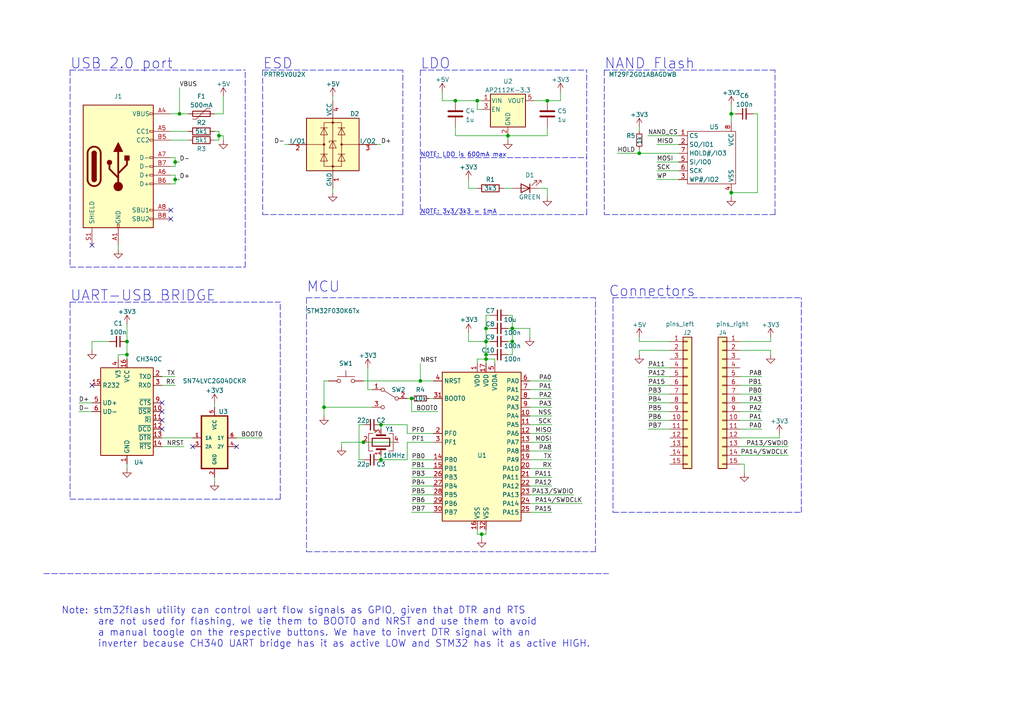
<source format=kicad_sch>
(kicad_sch (version 20211123) (generator eeschema)
  (paper "A4")
  (title_block (title "STM32F030 development board") (rev "0"))
  (lib_symbols
    (symbol "Connector:USB_C_Receptacle_USB2.0" (pin_names (offset 1.016))
      (property "Reference" "J" (at -10.16 19.05 0))
      (property "Value" "USB_C_Receptacle_USB2.0" (at 19.05 19.05 0))
      (symbol "USB_C_Receptacle_USB2.0_0_0"
        (rectangle (start -0.254 -17.78) (end 0.254 -16.764))
        (rectangle (start 10.16 -14.986) (end 9.144 -15.494))
        (rectangle (start 10.16 -12.446) (end 9.144 -12.954))
        (rectangle (start 10.16 -4.826) (end 9.144 -5.334))
        (rectangle (start 10.16 -2.286) (end 9.144 -2.794))
        (rectangle (start 10.16 0.254) (end 9.144 -0.254))
        (rectangle (start 10.16 2.794) (end 9.144 2.286))
        (rectangle (start 10.16 7.874) (end 9.144 7.366))
        (rectangle (start 10.16 10.414) (end 9.144 9.906))
        (rectangle (start 10.16 15.494) (end 9.144 14.986))
      )
      (symbol "USB_C_Receptacle_USB2.0_0_1"
        (rectangle (start -10.16 17.78) (end 10.16 -17.78) (stroke (width 0.254)) (fill (type background)))
        (arc (start -8.89 -3.81) (mid -6.985 -5.715) (end -5.08 -3.81) (stroke (width 0.508)))
        (arc (start -7.62 -3.81) (mid -6.985 -4.445) (end -6.35 -3.81) (stroke (width 0.254)))
        (arc (start -7.62 -3.81) (mid -6.985 -4.445) (end -6.35 -3.81) (stroke (width 0.254)) (fill (type outline)))
        (rectangle (start -7.62 -3.81) (end -6.35 3.81) (stroke (width 0.254)) (fill (type outline)))
        (arc (start -6.35 3.81) (mid -6.985 4.445) (end -7.62 3.81) (stroke (width 0.254)))
        (arc (start -6.35 3.81) (mid -6.985 4.445) (end -7.62 3.81) (stroke (width 0.254)) (fill (type outline)))
        (arc (start -5.08 3.81) (mid -6.985 5.715) (end -8.89 3.81) (stroke (width 0.508)))
        (circle (center -2.54 1.143) (radius 0.635) (stroke (width 0.254)) (fill (type outline)))
        (circle (center 0 -5.842) (radius 1.27) (fill (type outline)))
        (polyline (pts (xy -8.89 -3.81) (xy -8.89 3.81)) (stroke (width 0.508)))
        (polyline (pts (xy -5.08 3.81) (xy -5.08 -3.81)) (stroke (width 0.508)))
        (polyline (pts (xy 0 -5.842) (xy 0 4.318)) (stroke (width 0.508)))
        (polyline (pts (xy 0 -3.302) (xy -2.54 -0.762) (xy -2.54 0.508)) (stroke (width 0.508)))
        (polyline (pts (xy 0 -2.032) (xy 2.54 0.508) (xy 2.54 1.778)) (stroke (width 0.508)))
        (polyline (pts (xy -1.27 4.318) (xy 0 6.858) (xy 1.27 4.318) (xy -1.27 4.318)) (stroke (width 0.254)) (fill (type outline)))
        (rectangle (start 1.905 1.778) (end 3.175 3.048) (stroke (width 0.254)) (fill (type outline)))
      )
      (symbol "USB_C_Receptacle_USB2.0_1_1"
        (pin passive line (at 0 -22.86 90) (length 5.08) (name "GND") (number "A1"))
        (pin passive line (at 0 -22.86 90) (length 5.08) hide (name "GND") (number "A12"))
        (pin passive line (at 15.24 15.24 180) (length 5.08) (name "VBUS") (number "A4"))
        (pin bidirectional line (at 15.24 10.16 180) (length 5.08) (name "CC1") (number "A5"))
        (pin bidirectional line (at 15.24 -2.54 180) (length 5.08) (name "D+") (number "A6"))
        (pin bidirectional line (at 15.24 2.54 180) (length 5.08) (name "D-") (number "A7"))
        (pin bidirectional line (at 15.24 -12.7 180) (length 5.08) (name "SBU1") (number "A8"))
        (pin passive line (at 15.24 15.24 180) (length 5.08) hide (name "VBUS") (number "A9"))
        (pin passive line (at 0 -22.86 90) (length 5.08) hide (name "GND") (number "B1"))
        (pin passive line (at 0 -22.86 90) (length 5.08) hide (name "GND") (number "B12"))
        (pin passive line (at 15.24 15.24 180) (length 5.08) hide (name "VBUS") (number "B4"))
        (pin bidirectional line (at 15.24 7.62 180) (length 5.08) (name "CC2") (number "B5"))
        (pin bidirectional line (at 15.24 -5.08 180) (length 5.08) (name "D+") (number "B6"))
        (pin bidirectional line (at 15.24 0 180) (length 5.08) (name "D-") (number "B7"))
        (pin bidirectional line (at 15.24 -15.24 180) (length 5.08) (name "SBU2") (number "B8"))
        (pin passive line (at 15.24 15.24 180) (length 5.08) hide (name "VBUS") (number "B9"))
        (pin passive line (at -7.62 -22.86 90) (length 5.08) (name "SHIELD") (number "S1"))
      )
    )
    (symbol "Connector_Generic:Conn_01x15" (pin_names (offset 1.016) hide)
      (property "Reference" "J" (at 0 20.32 0))
      (property "Value" "Conn_01x15" (at 0 -20.32 0))
      (symbol "Conn_01x15_1_1"
        (rectangle (start -1.27 -17.653) (end 0 -17.907) (stroke (width 0.1524)))
        (rectangle (start -1.27 -15.113) (end 0 -15.367) (stroke (width 0.1524)))
        (rectangle (start -1.27 -12.573) (end 0 -12.827) (stroke (width 0.1524)))
        (rectangle (start -1.27 -10.033) (end 0 -10.287) (stroke (width 0.1524)))
        (rectangle (start -1.27 -7.493) (end 0 -7.747) (stroke (width 0.1524)))
        (rectangle (start -1.27 -4.953) (end 0 -5.207) (stroke (width 0.1524)))
        (rectangle (start -1.27 -2.413) (end 0 -2.667) (stroke (width 0.1524)))
        (rectangle (start -1.27 0.127) (end 0 -0.127) (stroke (width 0.1524)))
        (rectangle (start -1.27 2.667) (end 0 2.413) (stroke (width 0.1524)))
        (rectangle (start -1.27 5.207) (end 0 4.953) (stroke (width 0.1524)))
        (rectangle (start -1.27 7.747) (end 0 7.493) (stroke (width 0.1524)))
        (rectangle (start -1.27 10.287) (end 0 10.033) (stroke (width 0.1524)))
        (rectangle (start -1.27 12.827) (end 0 12.573) (stroke (width 0.1524)))
        (rectangle (start -1.27 15.367) (end 0 15.113) (stroke (width 0.1524)))
        (rectangle (start -1.27 17.907) (end 0 17.653) (stroke (width 0.1524)))
        (rectangle (start -1.27 19.05) (end 1.27 -19.05) (stroke (width 0.254)) (fill (type background)))
        (pin passive line (at -5.08 17.78 0) (length 3.81) (name "Pin_1") (number "1"))
        (pin passive line (at -5.08 -5.08 0) (length 3.81) (name "Pin_10") (number "10"))
        (pin passive line (at -5.08 -7.62 0) (length 3.81) (name "Pin_11") (number "11"))
        (pin passive line (at -5.08 -10.16 0) (length 3.81) (name "Pin_12") (number "12"))
        (pin passive line (at -5.08 -12.7 0) (length 3.81) (name "Pin_13") (number "13"))
        (pin passive line (at -5.08 -15.24 0) (length 3.81) (name "Pin_14") (number "14"))
        (pin passive line (at -5.08 -17.78 0) (length 3.81) (name "Pin_15") (number "15"))
        (pin passive line (at -5.08 15.24 0) (length 3.81) (name "Pin_2") (number "2"))
        (pin passive line (at -5.08 12.7 0) (length 3.81) (name "Pin_3") (number "3"))
        (pin passive line (at -5.08 10.16 0) (length 3.81) (name "Pin_4") (number "4"))
        (pin passive line (at -5.08 7.62 0) (length 3.81) (name "Pin_5") (number "5"))
        (pin passive line (at -5.08 5.08 0) (length 3.81) (name "Pin_6") (number "6"))
        (pin passive line (at -5.08 2.54 0) (length 3.81) (name "Pin_7") (number "7"))
        (pin passive line (at -5.08 0 0) (length 3.81) (name "Pin_8") (number "8"))
        (pin passive line (at -5.08 -2.54 0) (length 3.81) (name "Pin_9") (number "9"))
      )
    )
    (symbol "Device:C" (pin_numbers hide) (pin_names (offset 0.254))
      (property "Reference" "C" (at 0.635 2.54 0))
      (property "Value" "C" (at 0.635 -2.54 0))
      (symbol "C_0_1"
        (polyline (pts (xy -2.032 -0.762) (xy 2.032 -0.762)) (stroke (width 0.508)))
        (polyline (pts (xy -2.032 0.762) (xy 2.032 0.762)) (stroke (width 0.508)))
      )
      (symbol "C_1_1"
        (pin passive line (at 0 3.81 270) (length 2.794) (name "~") (number "1"))
        (pin passive line (at 0 -3.81 90) (length 2.794) (name "~") (number "2"))
      )
    )
    (symbol "Device:C_Small" (pin_numbers hide) (pin_names (offset 0.254) hide)
      (property "Reference" "C" (at 0.254 1.778 0))
      (property "Value" "C_Small" (at 0.254 -2.032 0))
      (symbol "C_Small_0_1"
        (polyline (pts (xy -1.524 -0.508) (xy 1.524 -0.508)) (stroke (width 0.3302)))
        (polyline (pts (xy -1.524 0.508) (xy 1.524 0.508)) (stroke (width 0.3048)))
      )
      (symbol "C_Small_1_1"
        (pin passive line (at 0 2.54 270) (length 2.032) (name "~") (number "1"))
        (pin passive line (at 0 -2.54 90) (length 2.032) (name "~") (number "2"))
      )
    )
    (symbol "Device:Crystal_GND24" (pin_names (offset 1.016) hide)
      (property "Reference" "Y" (at 3.175 5.08 0))
      (property "Value" "Crystal_GND24" (at 3.175 3.175 0))
      (symbol "Crystal_GND24_0_1"
        (rectangle (start -1.143 2.54) (end 1.143 -2.54) (stroke (width 0.3048)))
        (polyline (pts (xy -2.54 0) (xy -2.032 0)))
        (polyline (pts (xy -2.032 -1.27) (xy -2.032 1.27)) (stroke (width 0.508)))
        (polyline (pts (xy 0 -3.81) (xy 0 -3.556)))
        (polyline (pts (xy 0 3.556) (xy 0 3.81)))
        (polyline (pts (xy 2.032 -1.27) (xy 2.032 1.27)) (stroke (width 0.508)))
        (polyline (pts (xy 2.032 0) (xy 2.54 0)))
        (polyline (pts (xy -2.54 -2.286) (xy -2.54 -3.556) (xy 2.54 -3.556) (xy 2.54 -2.286)))
        (polyline (pts (xy -2.54 2.286) (xy -2.54 3.556) (xy 2.54 3.556) (xy 2.54 2.286)))
      )
      (symbol "Crystal_GND24_1_1"
        (pin passive line (at -3.81 0 0) (length 1.27) (name "1") (number "1"))
        (pin passive line (at 0 5.08 270) (length 1.27) (name "2") (number "2"))
        (pin passive line (at 3.81 0 180) (length 1.27) (name "3") (number "3"))
        (pin passive line (at 0 -5.08 90) (length 1.27) (name "4") (number "4"))
      )
    )
    (symbol "Device:LED" (pin_numbers hide) (pin_names (offset 1.016) hide)
      (property "Reference" "D" (at 0 2.54 0))
      (property "Value" "LED" (at 0 -2.54 0))
      (symbol "LED_0_1"
        (polyline (pts (xy -1.27 -1.27) (xy -1.27 1.27)) (stroke (width 0.254)))
        (polyline (pts (xy -1.27 0) (xy 1.27 0)))
        (polyline (pts (xy 1.27 -1.27) (xy 1.27 1.27) (xy -1.27 0) (xy 1.27 -1.27)) (stroke (width 0.254)))
        (polyline (pts (xy -3.048 -0.762) (xy -4.572 -2.286) (xy -3.81 -2.286) (xy -4.572 -2.286) (xy -4.572 -1.524)))
        (polyline (pts (xy -1.778 -0.762) (xy -3.302 -2.286) (xy -2.54 -2.286) (xy -3.302 -2.286) (xy -3.302 -1.524)))
      )
      (symbol "LED_1_1"
        (pin passive line (at -3.81 0 0) (length 2.54) (name "K") (number "1"))
        (pin passive line (at 3.81 0 180) (length 2.54) (name "A") (number "2"))
      )
    )
    (symbol "Device:Polyfuse" (pin_numbers hide) (pin_names (offset 0))
      (property "Reference" "F" (at -2.54 0 90))
      (property "Value" "Polyfuse" (at 2.54 0 90))
      (symbol "Polyfuse_0_1"
        (rectangle (start -0.762 2.54) (end 0.762 -2.54) (stroke (width 0.254)))
        (polyline (pts (xy 0 2.54) (xy 0 -2.54)))
        (polyline (pts (xy -1.524 2.54) (xy -1.524 1.524) (xy 1.524 -1.524) (xy 1.524 -2.54)))
      )
      (symbol "Polyfuse_1_1"
        (pin passive line (at 0 3.81 270) (length 1.27) (name "~") (number "1"))
        (pin passive line (at 0 -3.81 90) (length 1.27) (name "~") (number "2"))
      )
    )
    (symbol "Device:R" (pin_numbers hide) (pin_names (offset 0))
      (property "Reference" "R" (at 2.032 0 90))
      (property "Value" "R" (at 0 0 90))
      (symbol "R_0_1"
        (rectangle (start -1.016 -2.54) (end 1.016 2.54) (stroke (width 0.254)))
      )
      (symbol "R_1_1"
        (pin passive line (at 0 3.81 270) (length 1.27) (name "~") (number "1"))
        (pin passive line (at 0 -3.81 90) (length 1.27) (name "~") (number "2"))
      )
    )
    (symbol "Device:R_Small" (pin_numbers hide) (pin_names (offset 0.254) hide)
      (property "Reference" "R" (at 0.762 0.508 0))
      (property "Value" "R_Small" (at 0.762 -1.016 0))
      (symbol "R_Small_0_1"
        (rectangle (start -0.762 1.778) (end 0.762 -1.778) (stroke (width 0.2032)))
      )
      (symbol "R_Small_1_1"
        (pin passive line (at 0 2.54 270) (length 0.762) (name "~") (number "1"))
        (pin passive line (at 0 -2.54 90) (length 0.762) (name "~") (number "2"))
      )
    )
    (symbol "Interface_USB:CH340C"
      (property "Reference" "U" (at -5.08 13.97 0))
      (property "Value" "CH340C" (at 1.27 13.97 0))
      (symbol "CH340C_0_1"
        (rectangle (start -7.62 12.7) (end 7.62 -12.7) (stroke (width 0.254)) (fill (type background)))
      )
      (symbol "CH340C_1_1"
        (pin power_in line (at 0 -15.24 90) (length 2.54) (name "GND") (number "1"))
        (pin input line (at 10.16 0 180) (length 2.54) (name "~{DSR}") (number "10"))
        (pin input line (at 10.16 -2.54 180) (length 2.54) (name "~{RI}") (number "11"))
        (pin input line (at 10.16 -5.08 180) (length 2.54) (name "~{DCD}") (number "12"))
        (pin output line (at 10.16 -7.62 180) (length 2.54) (name "~{DTR}") (number "13"))
        (pin output line (at 10.16 -10.16 180) (length 2.54) (name "~{RTS}") (number "14"))
        (pin input line (at -10.16 7.62 0) (length 2.54) (name "R232") (number "15"))
        (pin power_in line (at 0 15.24 270) (length 2.54) (name "VCC") (number "16"))
        (pin output line (at 10.16 10.16 180) (length 2.54) (name "TXD") (number "2"))
        (pin input line (at 10.16 7.62 180) (length 2.54) (name "RXD") (number "3"))
        (pin passive line (at -2.54 15.24 270) (length 2.54) (name "V3") (number "4"))
        (pin bidirectional line (at -10.16 2.54 0) (length 2.54) (name "UD+") (number "5"))
        (pin bidirectional line (at -10.16 0 0) (length 2.54) (name "UD-") (number "6"))
        (pin no_connect line (at -7.62 -7.62 0) (length 2.54) hide (name "NC") (number "7"))
        (pin no_connect line (at -7.62 -10.16 0) (length 2.54) hide (name "NC") (number "8"))
        (pin input line (at 10.16 2.54 180) (length 2.54) (name "~{CTS}") (number "9"))
      )
    )
    (symbol "MCU_ST_STM32F0:STM32F030K6Tx"
      (property "Reference" "U" (at -12.7 21.59 0))
      (property "Value" "STM32F030K6Tx" (at 5.08 21.59 0))
      (symbol "STM32F030K6Tx_0_1"
        (rectangle (start -12.7 -22.86) (end 10.16 20.32) (stroke (width 0.254)) (fill (type background)))
      )
      (symbol "STM32F030K6Tx_1_1"
        (pin power_in line (at -2.54 22.86 270) (length 2.54) (name "VDD") (number "1"))
        (pin bidirectional line (at 12.7 7.62 180) (length 2.54) (name "PA4") (number "10"))
        (pin bidirectional line (at 12.7 5.08 180) (length 2.54) (name "PA5") (number "11"))
        (pin bidirectional line (at 12.7 2.54 180) (length 2.54) (name "PA6") (number "12"))
        (pin bidirectional line (at 12.7 0 180) (length 2.54) (name "PA7") (number "13"))
        (pin bidirectional line (at -15.24 -5.08 0) (length 2.54) (name "PB0") (number "14"))
        (pin bidirectional line (at -15.24 -7.62 0) (length 2.54) (name "PB1") (number "15"))
        (pin power_in line (at -2.54 -25.4 90) (length 2.54) (name "VSS") (number "16"))
        (pin power_in line (at 0 22.86 270) (length 2.54) (name "VDD") (number "17"))
        (pin bidirectional line (at 12.7 -2.54 180) (length 2.54) (name "PA8") (number "18"))
        (pin bidirectional line (at 12.7 -5.08 180) (length 2.54) (name "PA9") (number "19"))
        (pin input line (at -15.24 2.54 0) (length 2.54) (name "PF0") (number "2"))
        (pin bidirectional line (at 12.7 -7.62 180) (length 2.54) (name "PA10") (number "20"))
        (pin bidirectional line (at 12.7 -10.16 180) (length 2.54) (name "PA11") (number "21"))
        (pin bidirectional line (at 12.7 -12.7 180) (length 2.54) (name "PA12") (number "22"))
        (pin bidirectional line (at 12.7 -15.24 180) (length 2.54) (name "PA13") (number "23"))
        (pin bidirectional line (at 12.7 -17.78 180) (length 2.54) (name "PA14") (number "24"))
        (pin bidirectional line (at 12.7 -20.32 180) (length 2.54) (name "PA15") (number "25"))
        (pin bidirectional line (at -15.24 -10.16 0) (length 2.54) (name "PB3") (number "26"))
        (pin bidirectional line (at -15.24 -12.7 0) (length 2.54) (name "PB4") (number "27"))
        (pin bidirectional line (at -15.24 -15.24 0) (length 2.54) (name "PB5") (number "28"))
        (pin bidirectional line (at -15.24 -17.78 0) (length 2.54) (name "PB6") (number "29"))
        (pin input line (at -15.24 0 0) (length 2.54) (name "PF1") (number "3"))
        (pin bidirectional line (at -15.24 -20.32 0) (length 2.54) (name "PB7") (number "30"))
        (pin input line (at -15.24 12.7 0) (length 2.54) (name "BOOT0") (number "31"))
        (pin power_in line (at 0 -25.4 90) (length 2.54) (name "VSS") (number "32"))
        (pin input line (at -15.24 17.78 0) (length 2.54) (name "NRST") (number "4"))
        (pin power_in line (at 2.54 22.86 270) (length 2.54) (name "VDDA") (number "5"))
        (pin bidirectional line (at 12.7 17.78 180) (length 2.54) (name "PA0") (number "6"))
        (pin bidirectional line (at 12.7 15.24 180) (length 2.54) (name "PA1") (number "7"))
        (pin bidirectional line (at 12.7 12.7 180) (length 2.54) (name "PA2") (number "8"))
        (pin bidirectional line (at 12.7 10.16 180) (length 2.54) (name "PA3") (number "9"))
      )
    )
    (symbol "MT29F2G01ABAGDWB:MT29F2G01ABAGDWB"
      (property "Reference" "U" (at 10.16 0 90))
      (property "Value" "MT29F2G01ABAGDWB" (at 7.62 0 90))
      (symbol "MT29F2G01ABAGDWB_0_1"
        (rectangle (start -7.62 7.62) (end 6.35 -7.62) (stroke (width 0.1524)))
      )
      (symbol "MT29F2G01ABAGDWB_1_1"
        (pin input line (at -10.16 6.35 0) (length 2.54) (name "CS") (number "1"))
        (pin output line (at -10.16 3.81 0) (length 2.54) (name "SO/IO1") (number "2"))
        (pin input line (at -10.16 -6.35 0) (length 2.54) (name "WP#/IO2") (number "3"))
        (pin output line (at 5.08 -10.16 90) (length 2.54) (name "VSS") (number "4"))
        (pin input line (at -10.16 -1.27 0) (length 2.54) (name "SI/IO0") (number "5"))
        (pin input line (at -10.16 -3.81 0) (length 2.54) (name "SCK") (number "6"))
        (pin input line (at -10.16 1.27 0) (length 2.54) (name "HOLD#/IO3") (number "7"))
        (pin input line (at 5.08 10.16 270) (length 2.54) (name "VCC") (number "8"))
      )
    )
    (symbol "Power_Protection:PRTR5V0U2X" (pin_names (offset 0))
      (property "Reference" "D" (at 2.794 8.636 0))
      (property "Value" "PRTR5V0U2X" (at 8.128 -9.398 0))
      (symbol "PRTR5V0U2X_0_1"
        (rectangle (start -7.62 -7.62) (end 7.62 7.62) (stroke (width 0.254)) (fill (type background)))
        (circle (center -2.54 0) (radius 0.254) (fill (type outline)))
        (rectangle (start -2.54 6.35) (end 2.54 -6.35))
        (circle (center 0 -6.35) (radius 0.254) (fill (type outline)))
        (polyline (pts (xy -2.54 0) (xy -7.62 0)))
        (polyline (pts (xy -1.524 -2.794) (xy -3.556 -2.794)))
        (polyline (pts (xy -1.524 4.826) (xy -3.556 4.826)))
        (polyline (pts (xy 0 -7.62) (xy 0 7.62)))
        (polyline (pts (xy 1.524 -2.794) (xy 3.556 -2.794)))
        (polyline (pts (xy 1.524 4.826) (xy 3.556 4.826)))
        (polyline (pts (xy 2.54 0) (xy 7.62 0)))
        (polyline (pts (xy 1.016 1.016) (xy -1.016 1.016) (xy -1.016 0.508)))
        (polyline (pts (xy -3.556 -4.826) (xy -1.524 -4.826) (xy -2.54 -2.794) (xy -3.556 -4.826)))
        (polyline (pts (xy -3.556 2.794) (xy -1.524 2.794) (xy -2.54 4.826) (xy -3.556 2.794)))
        (polyline (pts (xy -1.016 -1.016) (xy 1.016 -1.016) (xy 0 1.016) (xy -1.016 -1.016)))
        (polyline (pts (xy 3.556 -4.826) (xy 1.524 -4.826) (xy 2.54 -2.794) (xy 3.556 -4.826)))
        (polyline (pts (xy 3.556 2.794) (xy 1.524 2.794) (xy 2.54 4.826) (xy 3.556 2.794)))
        (circle (center 0 6.35) (radius 0.254) (fill (type outline)))
        (circle (center 2.54 0) (radius 0.254) (fill (type outline)))
      )
      (symbol "PRTR5V0U2X_1_1"
        (pin passive line (at 0 -12.7 90) (length 5.08) (name "GND") (number "1"))
        (pin passive line (at -12.7 0 0) (length 5.08) (name "I/O1") (number "2"))
        (pin passive line (at 12.7 0 180) (length 5.08) (name "I/O2") (number "3"))
        (pin passive line (at 0 12.7 270) (length 5.08) (name "VCC") (number "4"))
      )
    )
    (symbol "Regulator_Linear:AP2112K-3.3" (pin_names (offset 0.254))
      (property "Reference" "U" (at -5.08 5.715 0))
      (property "Value" "AP2112K-3.3" (at 0 5.715 0))
      (symbol "AP2112K-3.3_0_1"
        (rectangle (start -5.08 4.445) (end 5.08 -5.08) (stroke (width 0.254)) (fill (type background)))
      )
      (symbol "AP2112K-3.3_1_1"
        (pin power_in line (at -7.62 2.54 0) (length 2.54) (name "VIN") (number "1"))
        (pin power_in line (at 0 -7.62 90) (length 2.54) (name "GND") (number "2"))
        (pin input line (at -7.62 0 0) (length 2.54) (name "EN") (number "3"))
        (pin no_connect line (at 5.08 0 180) (length 2.54) hide (name "NC") (number "4"))
        (pin power_out line (at 7.62 2.54 180) (length 2.54) (name "VOUT") (number "5"))
      )
    )
    (symbol "SN74LVC2G04DCKR:SN74LVC2G04DCKR" (pin_names (offset 1.016))
      (property "Reference" "U" (at -3.81 7.62 0))
      (property "Value" "SN74LVC2G04DCKR" (at 4.445 -8.89 0))
      (symbol "SN74LVC2G04DCKR_0_0"
        (rectangle (start -3.81 7.62) (end 3.81 -7.62) (stroke (width 0.4064)) (fill (type background)))
        (pin input line (at -6.35 1.27 0) (length 2.54) (name "1A") (number "1"))
        (pin power_in line (at 0 -10.16 90) (length 2.54) (name "GND") (number "2"))
        (pin input line (at -6.35 -1.27 0) (length 2.54) (name "2A") (number "3"))
        (pin output line (at 6.35 -1.27 180) (length 2.54) (name "2Y") (number "4"))
        (pin power_in line (at 0 10.16 270) (length 2.54) (name "VCC") (number "5"))
        (pin output line (at 6.35 1.27 180) (length 2.54) (name "1Y") (number "6"))
      )
    )
    (symbol "Switch:SW_Push" (pin_numbers hide) (pin_names (offset 1.016) hide)
      (property "Reference" "SW" (at 1.27 2.54 0))
      (property "Value" "SW_Push" (at 0 -1.524 0))
      (symbol "SW_Push_0_1"
        (circle (center -2.032 0) (radius 0.508))
        (polyline (pts (xy 0 1.27) (xy 0 3.048)))
        (polyline (pts (xy 2.54 1.27) (xy -2.54 1.27)))
        (circle (center 2.032 0) (radius 0.508))
        (pin passive line (at -5.08 0 0) (length 2.54) (name "1") (number "1"))
        (pin passive line (at 5.08 0 180) (length 2.54) (name "2") (number "2"))
      )
    )
    (symbol "Switch:SW_SPDT" (pin_names (offset 0) hide)
      (property "Reference" "SW" (at 0 4.318 0))
      (property "Value" "SW_SPDT" (at 0 -5.08 0))
      (symbol "SW_SPDT_0_0"
        (circle (center -2.032 0) (radius 0.508))
        (circle (center 2.032 -2.54) (radius 0.508))
      )
      (symbol "SW_SPDT_0_1"
        (polyline (pts (xy -1.524 0.254) (xy 1.651 2.286)))
        (circle (center 2.032 2.54) (radius 0.508))
      )
      (symbol "SW_SPDT_1_1"
        (pin passive line (at 5.08 2.54 180) (length 2.54) (name "A") (number "1"))
        (pin passive line (at -5.08 0 0) (length 2.54) (name "B") (number "2"))
        (pin passive line (at 5.08 -2.54 180) (length 2.54) (name "C") (number "3"))
      )
    )
    (symbol "power:+3V3" (power) (pin_names (offset 0))
      (property "Value" "+3V3" (at 0 3.556 0))
      (symbol "+3V3_0_1"
        (polyline (pts (xy -0.762 1.27) (xy 0 2.54)))
        (polyline (pts (xy 0 0) (xy 0 2.54)))
        (polyline (pts (xy 0 2.54) (xy 0.762 1.27)))
      )
      (symbol "+3V3_1_1"
        (pin power_in line (at 0 0 90) (length 0) hide (name "+3V3") (number "1"))
      )
    )
    (symbol "power:+5V" (power) (pin_names (offset 0))
      (property "Value" "+5V" (at 0 3.556 0))
      (symbol "+5V_0_1"
        (polyline (pts (xy -0.762 1.27) (xy 0 2.54)))
        (polyline (pts (xy 0 0) (xy 0 2.54)))
        (polyline (pts (xy 0 2.54) (xy 0.762 1.27)))
      )
      (symbol "+5V_1_1"
        (pin power_in line (at 0 0 90) (length 0) hide (name "+5V") (number "1"))
      )
    )
    (symbol "power:GND" (power) (pin_names (offset 0))
      (property "Value" "GND" (at 0 -3.81 0))
      (symbol "GND_0_1"
        (polyline (pts (xy 0 0) (xy 0 -1.27) (xy 1.27 -1.27) (xy 0 -2.54) (xy -1.27 -1.27) (xy 0 -1.27)))
      )
      (symbol "GND_1_1"
        (pin power_in line (at 0 0 270) (length 0) hide (name "GND") (number "1"))
      )
    )
  )
  (junction (at 121.92 110.49))
  (junction (at 36.83 102.87))
  (junction (at 147.32 39.37))
  (junction (at 138.43 29.21))
  (junction (at 110.49 133.35))
  (junction (at 140.97 95.25))
  (junction (at 50.8 52.07))
  (junction (at 50.8 46.99))
  (junction (at 148.59 95.25))
  (junction (at 140.97 99.06))
  (junction (at 148.59 99.06))
  (junction (at 139.7 154.94))
  (junction (at 63.5 39.37))
  (junction (at 93.98 118.11))
  (junction (at 36.83 99.06))
  (junction (at 132.08 29.21))
  (junction (at 140.97 102.87))
  (junction (at 158.75 29.21))
  (junction (at 105.41 128.27))
  (junction (at 52.07 33.02))
  (junction (at 212.09 55.88))
  (junction (at 140.97 104.14))
  (junction (at 110.49 123.19))
  (junction (at 212.09 33.02))
  (junction (at 119.38 115.57))
  (junction (at 185.42 44.45))
  (no_connect (at 49.53 63.5))
  (no_connect (at 49.53 60.96))
  (no_connect (at 46.99 116.84))
  (no_connect (at 46.99 124.46))
  (no_connect (at 46.99 119.38))
  (no_connect (at 46.99 121.92))
  (no_connect (at 55.88 129.54))
  (no_connect (at 68.58 129.54))
  (no_connect (at 26.67 111.76))
  (no_connect (at 26.67 71.12))
  (wire (pts (xy 132.08 36.83) (xy 132.08 39.37)))
  (wire (pts (xy 128.27 26.67) (xy 128.27 29.21)))
  (wire (pts (xy 223.52 101.6) (xy 223.52 102.87)))
  (wire (pts (xy 214.63 129.54) (xy 228.6 129.54)))
  (wire (pts (xy 160.02 120.65) (xy 153.67 120.65)))
  (wire (pts (xy 140.97 104.14) (xy 140.97 105.41)))
  (wire (pts (xy 119.38 146.05) (xy 125.73 146.05)))
  (wire (pts (xy 160.02 110.49) (xy 153.67 110.49)))
  (wire (pts (xy 119.38 119.38) (xy 127 119.38)))
  (polyline (pts (xy 71.12 77.47) (xy 71.12 20.32)))
  (wire (pts (xy 140.97 95.25) (xy 140.97 99.06)))
  (wire (pts (xy 36.83 102.87) (xy 36.83 104.14)))
  (wire (pts (xy 214.63 101.6) (xy 223.52 101.6)))
  (wire (pts (xy 187.96 111.76) (xy 194.31 111.76)))
  (wire (pts (xy 110.49 123.19) (xy 118.11 123.19)))
  (wire (pts (xy 46.99 109.22) (xy 50.8 109.22)))
  (wire (pts (xy 138.43 153.67) (xy 138.43 154.94)))
  (wire (pts (xy 135.89 99.06) (xy 135.89 96.52)))
  (wire (pts (xy 148.59 95.25) (xy 148.59 91.44)))
  (wire (pts (xy 147.32 39.37) (xy 147.32 40.64)))
  (wire (pts (xy 140.97 99.06) (xy 142.24 99.06)))
  (wire (pts (xy 36.83 93.98) (xy 36.83 99.06)))
  (wire (pts (xy 62.23 116.84) (xy 62.23 118.11)))
  (wire (pts (xy 160.02 115.57) (xy 153.67 115.57)))
  (wire (pts (xy 142.24 102.87) (xy 140.97 102.87)))
  (wire (pts (xy 99.06 128.27) (xy 99.06 129.54)))
  (wire (pts (xy 156.21 54.61) (xy 158.75 54.61)))
  (wire (pts (xy 187.96 119.38) (xy 194.31 119.38)))
  (wire (pts (xy 121.92 110.49) (xy 125.73 110.49)))
  (wire (pts (xy 62.23 38.1) (xy 63.5 38.1)))
  (wire (pts (xy 187.96 116.84) (xy 194.31 116.84)))
  (polyline (pts (xy 88.9 86.36) (xy 172.72 86.36)))
  (wire (pts (xy 82.55 41.91) (xy 83.82 41.91)))
  (wire (pts (xy 121.92 105.41) (xy 121.92 110.49)))
  (wire (pts (xy 135.89 52.07) (xy 135.89 54.61)))
  (wire (pts (xy 187.96 39.37) (xy 196.85 39.37)))
  (wire (pts (xy 110.49 132.08) (xy 110.49 133.35)))
  (wire (pts (xy 36.83 99.06) (xy 36.83 102.87)))
  (wire (pts (xy 105.41 110.49) (xy 121.92 110.49)))
  (wire (pts (xy 119.38 115.57) (xy 119.38 119.38)))
  (wire (pts (xy 187.96 124.46) (xy 194.31 124.46)))
  (wire (pts (xy 22.86 119.38) (xy 26.67 119.38)))
  (wire (pts (xy 148.59 99.06) (xy 148.59 95.25)))
  (wire (pts (xy 118.11 128.27) (xy 118.11 133.35)))
  (wire (pts (xy 147.32 95.25) (xy 148.59 95.25)))
  (polyline (pts (xy 224.79 62.23) (xy 224.79 20.32)))
  (wire (pts (xy 46.99 129.54) (xy 53.34 129.54)))
  (polyline (pts (xy 121.92 62.23) (xy 170.18 62.23)))
  (wire (pts (xy 158.75 54.61) (xy 158.75 57.15)))
  (polyline (pts (xy 76.2 20.32) (xy 116.84 20.32)))
  (polyline (pts (xy 116.84 62.23) (xy 116.84 20.32)))
  (wire (pts (xy 214.63 127) (xy 226.06 127)))
  (wire (pts (xy 93.98 118.11) (xy 107.95 118.11)))
  (wire (pts (xy 160.02 123.19) (xy 153.67 123.19)))
  (wire (pts (xy 34.29 71.12) (xy 34.29 72.39)))
  (wire (pts (xy 160.02 128.27) (xy 153.67 128.27)))
  (wire (pts (xy 64.77 33.02) (xy 62.23 33.02)))
  (wire (pts (xy 106.68 113.03) (xy 107.95 113.03)))
  (wire (pts (xy 158.75 29.21) (xy 162.56 29.21)))
  (wire (pts (xy 50.8 50.8) (xy 50.8 52.07)))
  (wire (pts (xy 22.86 116.84) (xy 26.67 116.84)))
  (wire (pts (xy 50.8 46.99) (xy 52.07 46.99)))
  (wire (pts (xy 95.25 110.49) (xy 93.98 110.49)))
  (wire (pts (xy 190.5 41.91) (xy 196.85 41.91)))
  (wire (pts (xy 110.49 133.35) (xy 118.11 133.35)))
  (wire (pts (xy 185.42 101.6) (xy 185.42 102.87)))
  (polyline (pts (xy 175.26 62.23) (xy 224.79 62.23)))
  (polyline (pts (xy 177.8 86.36) (xy 232.41 86.36)))
  (wire (pts (xy 220.98 109.22) (xy 214.63 109.22)))
  (polyline (pts (xy 88.9 86.36) (xy 88.9 160.02)))
  (wire (pts (xy 140.97 91.44) (xy 140.97 95.25)))
  (polyline (pts (xy 170.18 62.23) (xy 170.18 20.32)))
  (wire (pts (xy 50.8 48.26) (xy 49.53 48.26)))
  (wire (pts (xy 160.02 138.43) (xy 153.67 138.43)))
  (polyline (pts (xy 81.28 144.78) (xy 81.28 87.63)))
  (wire (pts (xy 52.07 25.4) (xy 52.07 33.02)))
  (wire (pts (xy 220.98 119.38) (xy 214.63 119.38)))
  (wire (pts (xy 49.53 50.8) (xy 50.8 50.8)))
  (wire (pts (xy 140.97 102.87) (xy 140.97 104.14)))
  (wire (pts (xy 132.08 39.37) (xy 147.32 39.37)))
  (wire (pts (xy 160.02 148.59) (xy 153.67 148.59)))
  (wire (pts (xy 139.7 154.94) (xy 139.7 156.21)))
  (wire (pts (xy 212.09 55.88) (xy 212.09 57.15)))
  (wire (pts (xy 49.53 38.1) (xy 54.61 38.1)))
  (wire (pts (xy 49.53 40.64) (xy 54.61 40.64)))
  (wire (pts (xy 160.02 135.89) (xy 153.67 135.89)))
  (wire (pts (xy 99.06 128.27) (xy 105.41 128.27)))
  (polyline (pts (xy 88.9 160.02) (xy 172.72 160.02)))
  (wire (pts (xy 146.05 54.61) (xy 148.59 54.61)))
  (polyline (pts (xy 76.2 62.23) (xy 116.84 62.23)))
  (wire (pts (xy 214.63 114.3) (xy 220.98 114.3)))
  (wire (pts (xy 49.53 53.34) (xy 50.8 53.34)))
  (wire (pts (xy 26.67 99.06) (xy 26.67 101.6)))
  (polyline (pts (xy 177.8 86.36) (xy 177.8 148.59)))
  (wire (pts (xy 185.42 44.45) (xy 185.42 43.18)))
  (wire (pts (xy 160.02 125.73) (xy 153.67 125.73)))
  (wire (pts (xy 50.8 45.72) (xy 50.8 46.99)))
  (wire (pts (xy 190.5 46.99) (xy 196.85 46.99)))
  (wire (pts (xy 139.7 29.21) (xy 138.43 29.21)))
  (polyline (pts (xy 172.72 160.02) (xy 172.72 86.36)))
  (wire (pts (xy 119.38 148.59) (xy 125.73 148.59)))
  (wire (pts (xy 147.32 91.44) (xy 148.59 91.44)))
  (wire (pts (xy 63.5 38.1) (xy 63.5 39.37)))
  (wire (pts (xy 212.09 30.48) (xy 212.09 33.02)))
  (wire (pts (xy 185.42 99.06) (xy 194.31 99.06)))
  (wire (pts (xy 213.36 33.02) (xy 212.09 33.02)))
  (wire (pts (xy 140.97 99.06) (xy 135.89 99.06)))
  (wire (pts (xy 46.99 127) (xy 55.88 127)))
  (wire (pts (xy 140.97 104.14) (xy 143.51 104.14)))
  (wire (pts (xy 140.97 91.44) (xy 142.24 91.44)))
  (polyline (pts (xy 175.26 20.32) (xy 175.26 62.23)))
  (wire (pts (xy 138.43 54.61) (xy 135.89 54.61)))
  (wire (pts (xy 219.71 33.02) (xy 219.71 55.88)))
  (wire (pts (xy 50.8 46.99) (xy 50.8 48.26)))
  (polyline (pts (xy 121.92 20.32) (xy 121.92 62.23)))
  (wire (pts (xy 63.5 39.37) (xy 63.5 40.64)))
  (wire (pts (xy 138.43 154.94) (xy 139.7 154.94)))
  (wire (pts (xy 139.7 154.94) (xy 140.97 154.94)))
  (wire (pts (xy 138.43 29.21) (xy 138.43 31.75)))
  (wire (pts (xy 34.29 102.87) (xy 36.83 102.87)))
  (wire (pts (xy 96.52 54.61) (xy 96.52 55.88)))
  (wire (pts (xy 148.59 99.06) (xy 148.59 102.87)))
  (polyline (pts (xy 175.26 20.32) (xy 224.79 20.32)))
  (wire (pts (xy 110.49 123.19) (xy 110.49 124.46)))
  (polyline (pts (xy 20.32 20.32) (xy 20.32 77.47)))
  (wire (pts (xy 140.97 99.06) (xy 140.97 102.87)))
  (wire (pts (xy 179.07 44.45) (xy 185.42 44.45)))
  (polyline (pts (xy 20.32 144.78) (xy 81.28 144.78)))
  (wire (pts (xy 64.77 27.94) (xy 64.77 33.02)))
  (wire (pts (xy 148.59 95.25) (xy 153.67 95.25)))
  (wire (pts (xy 118.11 128.27) (xy 125.73 128.27)))
  (wire (pts (xy 104.14 133.35) (xy 105.41 133.35)))
  (wire (pts (xy 187.96 121.92) (xy 194.31 121.92)))
  (wire (pts (xy 185.42 44.45) (xy 196.85 44.45)))
  (wire (pts (xy 160.02 133.35) (xy 153.67 133.35)))
  (wire (pts (xy 36.83 134.62) (xy 36.83 135.89)))
  (wire (pts (xy 138.43 31.75) (xy 139.7 31.75)))
  (wire (pts (xy 223.52 97.79) (xy 223.52 99.06)))
  (wire (pts (xy 143.51 104.14) (xy 143.51 105.41)))
  (wire (pts (xy 226.06 125.73) (xy 226.06 127)))
  (wire (pts (xy 96.52 27.94) (xy 96.52 29.21)))
  (wire (pts (xy 160.02 113.03) (xy 153.67 113.03)))
  (wire (pts (xy 68.58 127) (xy 76.2 127)))
  (polyline (pts (xy 12.7 166.37) (xy 176.53 166.37)))
  (wire (pts (xy 34.29 104.14) (xy 34.29 102.87)))
  (wire (pts (xy 190.5 49.53) (xy 196.85 49.53)))
  (wire (pts (xy 138.43 105.41) (xy 138.43 104.14)))
  (wire (pts (xy 158.75 36.83) (xy 158.75 39.37)))
  (wire (pts (xy 124.46 115.57) (xy 125.73 115.57)))
  (wire (pts (xy 220.98 121.92) (xy 214.63 121.92)))
  (wire (pts (xy 119.38 135.89) (xy 125.73 135.89)))
  (wire (pts (xy 118.11 115.57) (xy 119.38 115.57)))
  (wire (pts (xy 194.31 106.68) (xy 187.96 106.68)))
  (wire (pts (xy 148.59 102.87) (xy 147.32 102.87)))
  (wire (pts (xy 140.97 154.94) (xy 140.97 153.67)))
  (wire (pts (xy 190.5 52.07) (xy 196.85 52.07)))
  (wire (pts (xy 132.08 29.21) (xy 128.27 29.21)))
  (wire (pts (xy 93.98 110.49) (xy 93.98 118.11)))
  (wire (pts (xy 214.63 132.08) (xy 228.6 132.08)))
  (wire (pts (xy 187.96 114.3) (xy 194.31 114.3)))
  (wire (pts (xy 63.5 39.37) (xy 64.77 39.37)))
  (polyline (pts (xy 121.92 45.72) (xy 170.18 45.72)))
  (wire (pts (xy 194.31 109.22) (xy 187.96 109.22)))
  (wire (pts (xy 154.94 29.21) (xy 158.75 29.21)))
  (wire (pts (xy 194.31 101.6) (xy 185.42 101.6)))
  (wire (pts (xy 220.98 124.46) (xy 214.63 124.46)))
  (wire (pts (xy 153.67 146.05) (xy 168.91 146.05)))
  (wire (pts (xy 93.98 118.11) (xy 93.98 120.65)))
  (wire (pts (xy 153.67 143.51) (xy 166.37 143.51)))
  (polyline (pts (xy 20.32 87.63) (xy 20.32 144.78)))
  (wire (pts (xy 118.11 123.19) (xy 118.11 125.73)))
  (wire (pts (xy 220.98 116.84) (xy 214.63 116.84)))
  (wire (pts (xy 214.63 111.76) (xy 220.98 111.76)))
  (wire (pts (xy 219.71 55.88) (xy 212.09 55.88)))
  (wire (pts (xy 162.56 26.67) (xy 162.56 29.21)))
  (wire (pts (xy 52.07 33.02) (xy 54.61 33.02)))
  (wire (pts (xy 119.38 133.35) (xy 125.73 133.35)))
  (wire (pts (xy 219.71 33.02) (xy 218.44 33.02)))
  (wire (pts (xy 215.9 134.62) (xy 215.9 137.16)))
  (wire (pts (xy 104.14 123.19) (xy 104.14 133.35)))
  (wire (pts (xy 62.23 138.43) (xy 62.23 139.7)))
  (polyline (pts (xy 121.92 20.32) (xy 170.18 20.32)))
  (wire (pts (xy 50.8 52.07) (xy 50.8 53.34)))
  (polyline (pts (xy 76.2 20.32) (xy 76.2 62.23)))
  (wire (pts (xy 119.38 138.43) (xy 125.73 138.43)))
  (wire (pts (xy 140.97 95.25) (xy 142.24 95.25)))
  (wire (pts (xy 109.22 41.91) (xy 110.49 41.91)))
  (wire (pts (xy 105.41 128.27) (xy 115.57 128.27)))
  (wire (pts (xy 64.77 39.37) (xy 64.77 40.64)))
  (wire (pts (xy 214.63 99.06) (xy 223.52 99.06)))
  (wire (pts (xy 185.42 97.79) (xy 185.42 99.06)))
  (wire (pts (xy 147.32 99.06) (xy 148.59 99.06)))
  (wire (pts (xy 212.09 33.02) (xy 212.09 35.56)))
  (wire (pts (xy 153.67 95.25) (xy 153.67 97.79)))
  (wire (pts (xy 138.43 104.14) (xy 140.97 104.14)))
  (polyline (pts (xy 20.32 20.32) (xy 71.12 20.32)))
  (wire (pts (xy 119.38 140.97) (xy 125.73 140.97)))
  (wire (pts (xy 118.11 125.73) (xy 125.73 125.73)))
  (wire (pts (xy 31.75 99.06) (xy 26.67 99.06)))
  (wire (pts (xy 49.53 33.02) (xy 52.07 33.02)))
  (polyline (pts (xy 232.41 148.59) (xy 232.41 86.36)))
  (wire (pts (xy 160.02 130.81) (xy 153.67 130.81)))
  (wire (pts (xy 185.42 36.83) (xy 185.42 38.1)))
  (wire (pts (xy 50.8 52.07) (xy 52.07 52.07)))
  (wire (pts (xy 214.63 134.62) (xy 215.9 134.62)))
  (wire (pts (xy 46.99 111.76) (xy 50.8 111.76)))
  (wire (pts (xy 160.02 118.11) (xy 153.67 118.11)))
  (wire (pts (xy 119.38 143.51) (xy 125.73 143.51)))
  (wire (pts (xy 106.68 106.68) (xy 106.68 113.03)))
  (wire (pts (xy 147.32 39.37) (xy 158.75 39.37)))
  (polyline (pts (xy 20.32 87.63) (xy 81.28 87.63)))
  (wire (pts (xy 132.08 29.21) (xy 138.43 29.21)))
  (wire (pts (xy 63.5 40.64) (xy 62.23 40.64)))
  (wire (pts (xy 160.02 140.97) (xy 153.67 140.97)))
  (polyline (pts (xy 177.8 148.59) (xy 232.41 148.59)))
  (wire (pts (xy 49.53 45.72) (xy 50.8 45.72)))
  (polyline (pts (xy 20.32 77.47) (xy 71.12 77.47)))
  (wire (pts (xy 105.41 123.19) (xy 104.14 123.19)))
  (text "NAND Flash" (at 175.26 20.32 0) (effects (font (size 3 3)) (justify left bottom)))
  (text "ESD" (at 76.2 20.32 0) (effects (font (size 3 3)) (justify left bottom)))
  (text "NOTE: LDO is 600mA max" (at 121.92 45.72 0) (effects (font (size 1.27 1.27)) (justify left bottom)))
  (text "LDO" (at 121.92 20.32 0) (effects (font (size 3 3)) (justify left bottom)))
  (text "UART-USB BRIDGE" (at 20.32 87.63 0) (effects (font (size 3 3)) (justify left bottom)))
  (text "MCU" (at 88.9 85.09 0) (effects (font (size 3 3)) (justify left bottom)))
  (text "Note: stm32flash utility can control uart flow signals as GPIO, given that DTR and RTS\n	  are not used for flashing, we tie them to BOOT0 and NRST and use them to avoid\n	  a manual toogle on the respective buttons. We have to invert DTR signal with an\n	  inverter because CH340 UART bridge has it as active LOW and STM32 has it as active HIGH." (at 17.78 187.96 0) (effects (font (size 2 2)) (justify left bottom)))
  (text "Connectors" (at 176.53 86.36 0) (effects (font (size 3 3)) (justify left bottom)))
  (text "USB 2.0 port" (at 20.32 20.32 0) (effects (font (size 3 3)) (justify left bottom)))
  (text "NOTE: 3v3/3k3 = 1mA" (at 121.92 62.23 0) (effects (font (size 1.27 1.27)) (justify left bottom)))
  (label "PB0" (at 220.98 114.3 180))
  (label "BOOT0" (at 76.2 127 180))
  (label "PA0" (at 160.02 110.49 180))
  (label "D+" (at 110.49 41.91 0))
  (label "PA12" (at 160.02 140.97 180))
  (label "PA1" (at 160.02 113.03 180))
  (label "TX" (at 160.02 133.35 180))
  (label "NSS" (at 160.02 120.65 180))
  (label "PB0" (at 119.38 133.35 0))
  (label "D-" (at 82.55 41.91 180))
  (label "PA3" (at 160.02 118.11 180))
  (label "PB7" (at 119.38 148.59 0))
  (label "MISO" (at 160.02 125.73 180))
  (label "TX" (at 50.8 109.22 180))
  (label "PA12" (at 187.96 109.22 0))
  (label "PB4" (at 187.96 116.84 0))
  (label "PB7" (at 187.96 124.46 0))
  (label "PB1" (at 119.38 135.89 0))
  (label "PA8" (at 220.98 109.22 180))
  (label "MOSI" (at 160.02 128.27 180))
  (label "SCK" (at 190.5 49.53 0))
  (label "PB6" (at 119.38 146.05 0))
  (label "D-" (at 52.07 46.99 0))
  (label "PA3" (at 220.98 116.84 180))
  (label "PA14{slash}SWDCLK" (at 168.91 146.05 180))
  (label "WP" (at 190.5 52.07 0))
  (label "HOLD" (at 179.07 44.45 0))
  (label "PA0" (at 220.98 124.46 180))
  (label "PA11" (at 187.96 106.68 0))
  (label "PA14{slash}SWDCLK" (at 228.6 132.08 180))
  (label "PA13{slash}SWDIO" (at 166.37 143.51 180))
  (label "PF1" (at 119.38 128.27 0))
  (label "PA1" (at 220.98 121.92 180))
  (label "PB5" (at 187.96 119.38 0))
  (label "PA13{slash}SWDIO" (at 228.6 129.54 180))
  (label "PA11" (at 160.02 138.43 180))
  (label "D+" (at 52.07 52.07 0))
  (label "NRST" (at 121.92 105.41 0))
  (label "NAND_CS" (at 187.96 39.37 0))
  (label "RX" (at 160.02 135.89 180))
  (label "PA2" (at 220.98 119.38 180))
  (label "D+" (at 22.86 116.84 0))
  (label "NRST" (at 53.34 129.54 180))
  (label "VBUS" (at 52.07 25.4 0))
  (label "SCK" (at 160.02 123.19 180))
  (label "RX" (at 50.8 111.76 180))
  (label "PA8" (at 160.02 130.81 180))
  (label "PA15" (at 160.02 148.59 180))
  (label "PB4" (at 119.38 140.97 0))
  (label "PA15" (at 187.96 111.76 0))
  (label "PB3" (at 187.96 114.3 0))
  (label "MOSI" (at 190.5 46.99 0))
  (label "PF0" (at 119.38 125.73 0))
  (label "MISO" (at 190.5 41.91 0))
  (label "BOOT0" (at 127 119.38 180))
  (label "PB5" (at 119.38 143.51 0))
  (label "PB6" (at 187.96 121.92 0))
  (label "PB1" (at 220.98 111.76 180))
  (label "PB3" (at 119.38 138.43 0))
  (label "PA2" (at 160.02 115.57 180))
  (label "D-" (at 22.86 119.38 0))
  (symbol (lib_id "Interface_USB:CH340C") (at 36.83 119.38 0) (unit 1)
    (property "Reference" "U4" (at 38.8494 134.1104 0) (effects (justify left)))
    (property "Value" "CH340C" (at 39.37 104.14 0) (effects (justify left)))
    (property "Footprint" "Package_SO:SOIC-16_3.9x9.9mm_P1.27mm" (effects hide))
    (property "Datasheet" "https://datasheet.lcsc.com/szlcsc/Jiangsu-Qin-Heng-CH340C_C84681.pdf" (effects hide))
  )
  (symbol (lib_id "Power_Protection:PRTR5V0U2X") (at 96.52 41.91 0) (unit 1)
    (property "Reference" "D2" (at 102.87 33.02 0))
    (property "Value" "PRTR5V0U2X" (at 82.55 21.59 0))
    (property "Footprint" "Package_TO_SOT_SMD:SOT-143" (effects hide))
    (property "Datasheet" "https://assets.nexperia.com/documents/data-sheet/PRTR5V0U2X.pdf" (effects hide))
  )
  (symbol (lib_id "power:GND") (at 153.67 97.79 0) (unit 1)
    (property "Reference" "#PWR0126" (effects hide))
    (property "Value" "GND" (effects hide))
  )
  (symbol (lib_id "power:GND") (at 212.09 57.15 0) (unit 1)
    (property "Reference" "#PWR0120" (effects hide))
    (property "Value" "GND" (effects hide))
  )
  (symbol (lib_id "Device:C") (at 158.75 33.02 0) (unit 1)
    (property "Reference" "C5" (at 161.671 32.1853 0) (effects (justify left)))
    (property "Value" "1u" (at 161.671 34.7222 0) (effects (justify left)))
    (property "Footprint" "Capacitor_SMD:C_0603_1608Metric" (effects hide))
  )
  (symbol (lib_id "Device:LED") (at 152.4 54.61 180) (unit 1)
    (property "Reference" "D1" (at 153.67 50.8 0))
    (property "Value" "GREEN" (at 153.67 57.15 0))
    (property "Footprint" "LED_SMD:LED_0603_1608Metric" (effects hide))
  )
  (symbol (lib_id "power:GND") (at 26.67 101.6 0) (unit 1)
    (property "Reference" "#PWR0110" (effects hide))
    (property "Value" "GND" (effects hide))
  )
  (symbol (lib_id "Switch:SW_Push") (at 100.33 110.49 0) (unit 1)
    (property "Reference" "SW1" (at 100.33 105.41 0))
    (property "Value" "SW_Push" (effects hide))
    (property "Footprint" "SKRPACE010:SW_SKRPACE010" (effects hide))
  )
  (symbol (lib_id "power:+5V") (at 185.42 97.79 0) (unit 1)
    (property "Reference" "#PWR0128" (effects hide))
    (property "Value" "+5V" (at 185.42 94.2142 0))
  )
  (symbol (lib_id "Device:R") (at 58.42 40.64 270) (unit 1)
    (property "Reference" "R3" (at 58.42 43.18 90))
    (property "Value" "5k1" (at 58.42 40.64 90))
    (property "Footprint" "Resistor_SMD:R_0603_1608Metric" (effects hide))
  )
  (symbol (lib_id "power:GND") (at 99.06 129.54 0) (unit 1)
    (property "Reference" "#PWR0117" (effects hide))
    (property "Value" "GND" (effects hide))
  )
  (symbol (lib_id "Device:C_Small") (at 144.78 102.87 90) (unit 1)
    (property "Reference" "C10" (at 143.51 101.6 90) (effects (justify left)))
    (property "Value" "100n" (at 151.13 104.14 90) (effects (justify left)))
    (property "Footprint" "Capacitor_SMD:C_0603_1608Metric" (effects hide))
  )
  (symbol (lib_id "power:GND") (at 96.52 55.88 0) (unit 1)
    (property "Reference" "#PWR0105" (effects hide))
    (property "Value" "GND" (effects hide))
  )
  (symbol (lib_id "power:+5V") (at 128.27 26.67 0) (unit 1)
    (property "Reference" "#PWR0125" (effects hide))
    (property "Value" "+5V" (at 128.27 23.0942 0))
  )
  (symbol (lib_id "Device:C_Small") (at 34.29 99.06 270) (unit 1)
    (property "Reference" "C1" (at 34.2836 93.7981 90))
    (property "Value" "100n" (at 34.2836 96.335 90))
    (property "Footprint" "Capacitor_SMD:C_0603_1608Metric" (effects hide))
  )
  (symbol (lib_id "power:+3V3") (at 162.56 26.67 0) (unit 1)
    (property "Reference" "#PWR0123" (effects hide))
    (property "Value" "+3V3" (at 162.56 23.0942 0))
  )
  (symbol (lib_id "power:+3V3") (at 226.06 125.73 0) (unit 1)
    (property "Reference" "#PWR?" (effects hide))
    (property "Value" "+3V3" (at 226.06 122.1542 0))
  )
  (symbol (lib_id "power:+3V3") (at 135.89 96.52 0) (unit 1)
    (property "Reference" "#PWR0101" (effects hide))
    (property "Value" "+3V3" (at 133.35 92.71 0) (effects (justify left)))
  )
  (symbol (lib_id "Device:R") (at 142.24 54.61 90) (unit 1)
    (property "Reference" "R1" (at 142.24 52.07 90))
    (property "Value" "3k3" (at 142.24 54.61 90))
    (property "Footprint" "Resistor_SMD:R_0603_1608Metric" (effects hide))
  )
  (symbol (lib_id "power:GND") (at 185.42 102.87 0) (unit 1)
    (property "Reference" "#PWR0127" (effects hide))
    (property "Value" "GND" (effects hide))
  )
  (symbol (lib_id "power:+5V") (at 64.77 27.94 0) (unit 1)
    (property "Reference" "#PWR0108" (effects hide))
    (property "Value" "+5V" (at 64.77 24.3642 0))
  )
  (symbol (lib_id "MT29F2G01ABAGDWB:MT29F2G01ABAGDWB") (at 207.01 45.72 0) (unit 1)
    (property "Reference" "U5" (at 205.74 36.83 0) (effects (justify left)))
    (property "Value" "MT29F2G01ABAGDWB" (at 176.53 21.59 0) (effects (justify left)))
    (property "Footprint" "MT29F2G01ABAGDWB:SON127P600X800X65-8N" (effects hide))
  )
  (symbol (lib_id "power:+3V3") (at 62.23 116.84 0) (unit 1)
    (property "Reference" "#PWR0112" (effects hide))
    (property "Value" "+3V3" (at 62.23 113.2642 0))
  )
  (symbol (lib_id "Device:C_Small") (at 144.78 95.25 90) (unit 1)
    (property "Reference" "C8" (at 143.51 93.98 90) (effects (justify left)))
    (property "Value" "100n" (at 151.13 96.52 90) (effects (justify left)))
    (property "Footprint" "Capacitor_SMD:C_0603_1608Metric" (effects hide))
  )
  (symbol (lib_id "power:GND") (at 139.7 156.21 0) (unit 1)
    (property "Reference" "#PWR0102" (effects hide))
    (property "Value" "GND" (effects hide))
  )
  (symbol (lib_id "power:GND") (at 64.77 40.64 0) (unit 1)
    (property "Reference" "#PWR0109" (effects hide))
    (property "Value" "GND" (effects hide))
  )
  (symbol (lib_id "Switch:SW_SPDT") (at 113.03 115.57 0) (mirror y) (unit 1)
    (property "Reference" "SW2" (at 115.57 113.03 0))
    (property "Value" "SW_SPDT" (effects hide))
    (property "Footprint" "SSSS811101 :SSSS811101" (effects hide))
  )
  (symbol (lib_id "power:GND") (at 36.83 135.89 0) (unit 1)
    (property "Reference" "#PWR0113" (effects hide))
    (property "Value" "GND" (effects hide))
  )
  (symbol (lib_id "Device:Polyfuse") (at 58.42 33.02 90) (unit 1)
    (property "Reference" "F1" (at 58.42 27.94 90))
    (property "Value" "500mA" (at 58.42 30.48 90))
    (property "Footprint" "Fuse:Fuse_0603_1608Metric" (effects hide))
  )
  (symbol (lib_id "SN74LVC2G04DCKR:SN74LVC2G04DCKR") (at 62.23 128.27 0) (unit 1)
    (property "Reference" "U3" (at 64.77 119.38 0))
    (property "Value" "SN74LVC2G04DCKR" (at 62.23 110.49 0))
    (property "Footprint" "SN74LVC2G04DCKR:SOT65P210X110-6N" (effects hide))
  )
  (symbol (lib_id "Connector_Generic:Conn_01x15") (at 209.55 116.84 0) (mirror y) (unit 1)
    (property "Reference" "J4" (at 210.82 96.52 0) (effects (justify left)))
    (property "Value" "pins_right" (at 217.17 93.98 0) (effects (justify left)))
    (property "Footprint" "Connector_PinHeader_2.54mm:PinHeader_1x15_P2.54mm_Vertical" (effects hide))
  )
  (symbol (lib_id "Device:C_Small") (at 215.9 33.02 90) (unit 1)
    (property "Reference" "C6" (at 215.9063 27.7581 90))
    (property "Value" "100n" (at 215.9063 30.295 90))
    (property "Footprint" "Capacitor_SMD:C_0603_1608Metric" (effects hide))
  )
  (symbol (lib_id "power:+3V3") (at 185.42 36.83 0) (unit 1)
    (property "Reference" "#PWR0122" (effects hide))
    (property "Value" "+3V3" (at 185.42 33.2542 0))
  )
  (symbol (lib_id "Device:R_Small") (at 185.42 40.64 0) (unit 1)
    (property "Reference" "R5" (at 181.61 39.37 0) (effects (justify left)))
    (property "Value" "1k" (at 185.42 41.91 90) (effects (justify left)))
    (property "Footprint" "Resistor_SMD:R_0603_1608Metric" (effects hide))
  )
  (symbol (lib_id "power:+5V") (at 96.52 27.94 0) (unit 1)
    (property "Reference" "#PWR0106" (effects hide))
    (property "Value" "+5V" (at 96.52 24.3642 0))
  )
  (symbol (lib_id "MCU_ST_STM32F0:STM32F030K6Tx") (at 140.97 128.27 0) (unit 1)
    (property "Reference" "U1" (at 138.43 132.08 0) (effects (justify left)))
    (property "Value" "STM32F030K6Tx" (at 88.9 90.17 0) (effects (justify left)))
    (property "Footprint" "Package_QFP:LQFP-32_7x7mm_P0.8mm" (effects hide))
    (property "Datasheet" "http://www.st.com/st-web-ui/static/active/en/resource/technical/document/datasheet/DM00088500.pdf" (effects hide))
  )
  (symbol (lib_id "power:GND") (at 93.98 120.65 0) (unit 1)
    (property "Reference" "#PWR0115" (effects hide))
    (property "Value" "GND" (effects hide))
  )
  (symbol (lib_id "power:GND") (at 223.52 102.87 0) (unit 1)
    (property "Reference" "#PWR0129" (effects hide))
    (property "Value" "GND" (effects hide))
  )
  (symbol (lib_id "Device:C") (at 132.08 33.02 0) (unit 1)
    (property "Reference" "C4" (at 135.001 32.1853 0) (effects (justify left)))
    (property "Value" "1u" (at 135.001 34.7222 0) (effects (justify left)))
    (property "Footprint" "Capacitor_SMD:C_0603_1608Metric" (effects hide))
  )
  (symbol (lib_id "Device:C_Small") (at 107.95 133.35 270) (unit 1)
    (property "Reference" "C3" (at 110.49 134.62 90))
    (property "Value" "22p" (at 105.41 134.62 90))
    (property "Footprint" "Capacitor_SMD:C_0603_1608Metric" (effects hide))
  )
  (symbol (lib_id "power:GND") (at 147.32 40.64 0) (unit 1)
    (property "Reference" "#PWR0124" (effects hide))
    (property "Value" "GND" (effects hide))
  )
  (symbol (lib_id "Device:C_Small") (at 107.95 123.19 270) (unit 1)
    (property "Reference" "C2" (at 110.49 121.92 90))
    (property "Value" "22p" (at 105.41 121.92 90))
    (property "Footprint" "Capacitor_SMD:C_0603_1608Metric" (effects hide))
  )
  (symbol (lib_id "Device:Crystal_GND24") (at 110.49 128.27 90) (unit 1)
    (property "Reference" "Y1" (at 113.03 124.46 90))
    (property "Value" "16MHz" (at 114.3 132.08 90))
    (property "Footprint" "Crystal:Crystal_SMD_2016-4Pin_2.0x1.6mm" (effects hide))
  )
  (symbol (lib_id "Device:C_Small") (at 144.78 91.44 90) (unit 1)
    (property "Reference" "C7" (at 143.51 90.17 90) (effects (justify left)))
    (property "Value" "10u" (at 149.86 92.71 90) (effects (justify left)))
    (property "Footprint" "Capacitor_SMD:C_0603_1608Metric" (effects hide))
  )
  (symbol (lib_id "power:+3V3") (at 212.09 30.48 0) (unit 1)
    (property "Reference" "#PWR0121" (effects hide))
    (property "Value" "+3V3" (at 212.09 26.9042 0))
  )
  (symbol (lib_id "Device:R") (at 58.42 38.1 90) (unit 1)
    (property "Reference" "R2" (at 58.42 35.56 90))
    (property "Value" "5k1" (at 58.42 38.1 90))
    (property "Footprint" "Resistor_SMD:R_0603_1608Metric" (effects hide))
  )
  (symbol (lib_id "power:+3V3") (at 106.68 106.68 0) (unit 1)
    (property "Reference" "#PWR0116" (effects hide))
    (property "Value" "+3V3" (at 106.68 103.1042 0))
  )
  (symbol (lib_id "Regulator_Linear:AP2112K-3.3") (at 147.32 31.75 0) (unit 1)
    (property "Reference" "U2" (at 147.32 23.6052 0))
    (property "Value" "AP2112K-3.3" (at 147.32 26.1421 0))
    (property "Footprint" "Package_TO_SOT_SMD:SOT-23-5" (effects hide))
    (property "Datasheet" "https://www.diodes.com/assets/Datasheets/AP2112.pdf" (effects hide))
  )
  (symbol (lib_id "Connector_Generic:Conn_01x15") (at 199.39 116.84 0) (unit 1)
    (property "Reference" "J2" (at 198.12 96.52 0) (effects (justify left)))
    (property "Value" "pins_left" (at 193.04 93.98 0) (effects (justify left)))
    (property "Footprint" "Connector_PinHeader_2.54mm:PinHeader_1x15_P2.54mm_Vertical" (effects hide))
  )
  (symbol (lib_id "power:GND") (at 62.23 139.7 0) (unit 1)
    (property "Reference" "#PWR0114" (effects hide))
    (property "Value" "GND" (effects hide))
  )
  (symbol (lib_id "Device:R_Small") (at 121.92 115.57 90) (unit 1)
    (property "Reference" "R4" (at 121.92 113.03 90))
    (property "Value" "10k" (at 121.92 115.57 90))
    (property "Footprint" "Resistor_SMD:R_0603_1608Metric" (effects hide))
  )
  (symbol (lib_id "power:GND") (at 158.75 57.15 0) (unit 1)
    (property "Reference" "#PWR0103" (effects hide))
    (property "Value" "GND" (effects hide))
  )
  (symbol (lib_id "power:GND") (at 34.29 72.39 0) (unit 1)
    (property "Reference" "#PWR0107" (effects hide))
    (property "Value" "GND" (effects hide))
  )
  (symbol (lib_id "power:GND") (at 215.9 137.16 0) (unit 1)
    (property "Reference" "#PWR0118" (effects hide))
    (property "Value" "GND" (effects hide))
  )
  (symbol (lib_id "power:+3V3") (at 223.52 97.79 0) (unit 1)
    (property "Reference" "#PWR0130" (effects hide))
    (property "Value" "+3V3" (at 223.52 94.2142 0))
  )
  (symbol (lib_id "power:+3V3") (at 135.89 52.07 0) (unit 1)
    (property "Reference" "#PWR0104" (effects hide))
    (property "Value" "+3V3" (at 135.89 48.4942 0))
  )
  (symbol (lib_id "Connector:USB_C_Receptacle_USB2.0") (at 34.29 48.26 0) (unit 1)
    (property "Reference" "J1" (at 34.29 27.94 0))
    (property "Value" "USB_C_Receptacle_USB2.0" (effects hide))
    (property "Footprint" "Connector_USB:USB_C_Receptacle_HRO_TYPE-C-31-M-12" (effects hide))
    (property "Datasheet" "https://www.usb.org/sites/default/files/documents/usb_type-c.zip" (effects hide))
  )
  (symbol (lib_id "Device:C_Small") (at 144.78 99.06 90) (unit 1)
    (property "Reference" "C9" (at 143.51 97.79 90) (effects (justify left)))
    (property "Value" "100n" (at 151.13 100.33 90) (effects (justify left)))
    (property "Footprint" "Capacitor_SMD:C_0603_1608Metric" (effects hide))
  )
  (symbol (lib_id "power:+3V3") (at 36.83 93.98 0) (unit 1)
    (property "Reference" "#PWR0111" (effects hide))
    (property "Value" "+3V3" (at 36.83 90.4042 0))
  )
)
</source>
